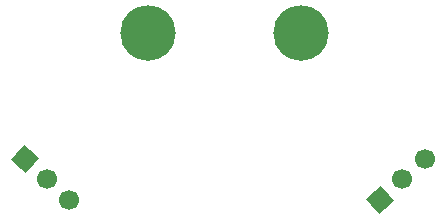
<source format=gts>
%TF.GenerationSoftware,KiCad,Pcbnew,7.0.2*%
%TF.CreationDate,2023-10-29T21:04:40-05:00*%
%TF.ProjectId,Kraken_CAN,4b72616b-656e-45f4-9341-4e2e6b696361,rev?*%
%TF.SameCoordinates,Original*%
%TF.FileFunction,Soldermask,Top*%
%TF.FilePolarity,Negative*%
%FSLAX46Y46*%
G04 Gerber Fmt 4.6, Leading zero omitted, Abs format (unit mm)*
G04 Created by KiCad (PCBNEW 7.0.2) date 2023-10-29 21:04:40*
%MOMM*%
%LPD*%
G01*
G04 APERTURE LIST*
G04 Aperture macros list*
%AMHorizOval*
0 Thick line with rounded ends*
0 $1 width*
0 $2 $3 position (X,Y) of the first rounded end (center of the circle)*
0 $4 $5 position (X,Y) of the second rounded end (center of the circle)*
0 Add line between two ends*
20,1,$1,$2,$3,$4,$5,0*
0 Add two circle primitives to create the rounded ends*
1,1,$1,$2,$3*
1,1,$1,$4,$5*%
%AMRotRect*
0 Rectangle, with rotation*
0 The origin of the aperture is its center*
0 $1 length*
0 $2 width*
0 $3 Rotation angle, in degrees counterclockwise*
0 Add horizontal line*
21,1,$1,$2,0,0,$3*%
G04 Aperture macros list end*
%ADD10C,4.700000*%
%ADD11RotRect,1.700000X1.700000X227.500000*%
%ADD12HorizOval,1.700000X0.000000X0.000000X0.000000X0.000000X0*%
%ADD13RotRect,1.700000X1.700000X312.500000*%
%ADD14HorizOval,1.700000X0.000000X0.000000X0.000000X0.000000X0*%
G04 APERTURE END LIST*
D10*
%TO.C,J3*%
X145754792Y-78031589D03*
%TD*%
%TO.C,J4*%
X132754792Y-78031471D03*
%TD*%
D11*
%TO.C,J1*%
X122333685Y-88743347D03*
D12*
X124206369Y-90459346D03*
X126079054Y-92175345D03*
%TD*%
D13*
%TO.C,J2*%
X152430466Y-92175501D03*
D14*
X154303150Y-90459502D03*
X156175835Y-88743503D03*
%TD*%
M02*

</source>
